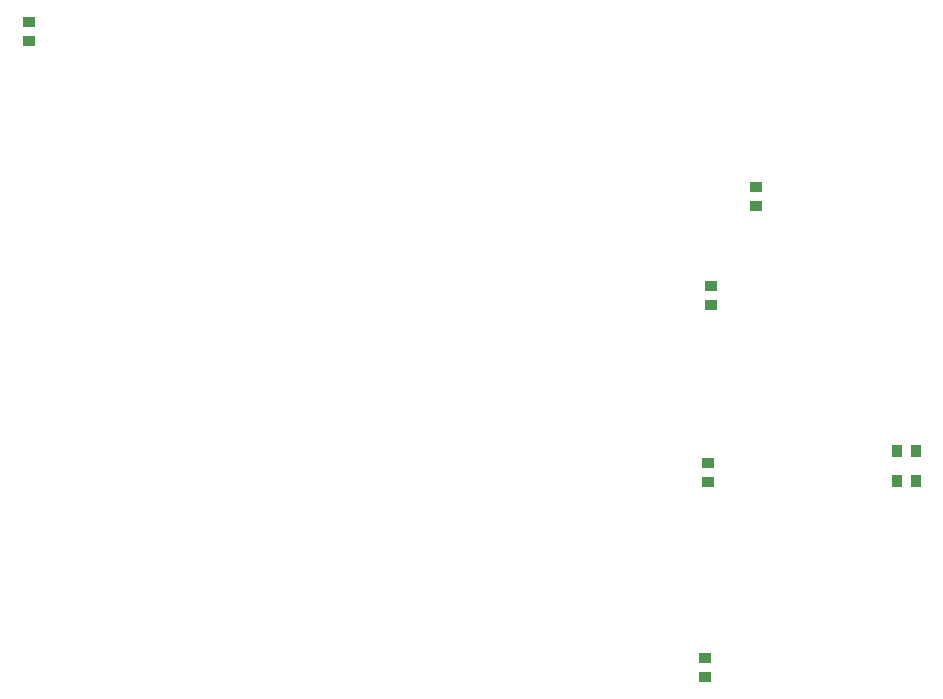
<source format=gbr>
G04 EAGLE Gerber RS-274X export*
G75*
%MOMM*%
%FSLAX34Y34*%
%LPD*%
%INSolderpaste Top*%
%IPPOS*%
%AMOC8*
5,1,8,0,0,1.08239X$1,22.5*%
G01*
%ADD10R,1.031241X0.949959*%
%ADD11R,0.949959X1.031241*%


D10*
X619760Y355219D03*
X619760Y371221D03*
X622300Y505079D03*
X622300Y521081D03*
X617220Y190119D03*
X617220Y206121D03*
D11*
X779399Y355600D03*
X795401Y355600D03*
X779399Y381000D03*
X795401Y381000D03*
D10*
X660400Y588899D03*
X660400Y604901D03*
X44450Y728599D03*
X44450Y744601D03*
M02*

</source>
